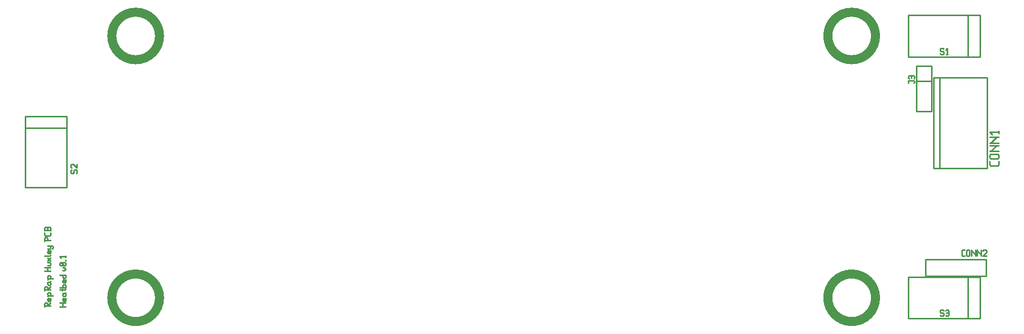
<source format=gbr>
G04 start of page 8 for group -4079 idx -4079 *
G04 Title: (unknown), topsilk *
G04 Creator: pcb 20091103 *
G04 CreationDate: Wed 16 Nov 2011 10:52:43 GMT UTC *
G04 For: jeanmarc *
G04 Format: Gerber/RS-274X *
G04 PCB-Dimensions: 657480 551181 *
G04 PCB-Coordinate-Origin: lower left *
%MOIN*%
%FSLAX25Y25*%
%LNFRONTSILK*%
%ADD39C,0.0100*%
%ADD53C,0.0591*%
G54D53*X58968Y362213D02*G75*G02X74716Y377961I15748J0D01*G01*
G75*G02X90464Y362213I0J-15748D01*G01*
G75*G02X74716Y346465I-15748J0D01*G01*
G75*G02X58968Y362213I0J15748D01*G01*
X547157Y377961D02*G75*G02X562905Y362213I0J-15748D01*G01*
G75*G02X547157Y346465I-15748J0D01*G01*
X531409Y362213D02*G75*G02X547157Y377961I15748J0D01*G01*
Y346465D02*G75*G02X531409Y362213I0J15748D01*G01*
X547157Y204732D02*G75*G02X562905Y188984I0J-15748D01*G01*
G75*G02X547157Y173236I-15748J0D01*G01*
G75*G02X531409Y188984I0J15748D01*G01*
G75*G02X547157Y204732I15748J0D01*G01*
X74716D02*G75*G02X90464Y188984I0J-15748D01*G01*
G75*G02X74716Y173236I-15748J0D01*G01*
G75*G02X58968Y188984I0J15748D01*G01*
G75*G02X74716Y204732I15748J0D01*G01*
G54D39*X14692Y185078D02*Y183078D01*
Y185078D02*X15192Y185578D01*
X16192D01*
X16692Y185078D02*X16192Y185578D01*
X16692Y185078D02*Y183578D01*
X14692D02*X18692D01*
X16692D02*X18692Y185578D01*
Y188779D02*Y187279D01*
X18192Y186779D02*X18692Y187279D01*
X17192Y186779D02*X18192D01*
X17192D02*X16692Y187279D01*
Y188279D02*Y187279D01*
Y188279D02*X17192Y188779D01*
X17692D02*Y186779D01*
X17192Y188779D02*X17692D01*
X17192Y190480D02*X20192D01*
X16692Y189980D02*X17192Y190480D01*
X16692Y190980D01*
Y191980D02*Y190980D01*
Y191980D02*X17192Y192480D01*
X18192D01*
X18692Y191980D02*X18192Y192480D01*
X18692Y191980D02*Y190980D01*
X18192Y190480D02*X18692Y190980D01*
X14692Y195681D02*Y193681D01*
Y195681D02*X15192Y196181D01*
X16192D01*
X16692Y195681D02*X16192Y196181D01*
X16692Y195681D02*Y194181D01*
X14692D02*X18692D01*
X16692D02*X18692Y196181D01*
X16692Y198882D02*X17192Y199382D01*
X16692Y198882D02*Y197882D01*
X17192Y197382D02*X16692Y197882D01*
X17192Y197382D02*X18192D01*
X18692Y197882D01*
X16692Y199382D02*X18192D01*
X18692Y199882D01*
Y198882D02*Y197882D01*
Y198882D02*X18192Y199382D01*
X17192Y201583D02*X20192D01*
X16692Y201083D02*X17192Y201583D01*
X16692Y202083D01*
Y203083D02*Y202083D01*
Y203083D02*X17192Y203583D01*
X18192D01*
X18692Y203083D02*X18192Y203583D01*
X18692Y203083D02*Y202083D01*
X18192Y201583D02*X18692Y202083D01*
X14692Y206584D02*X18692D01*
X14692Y209084D02*X18692D01*
X16692D02*Y206584D01*
Y210285D02*X18192D01*
X18692Y210785D01*
Y211785D02*Y210785D01*
Y211785D02*X18192Y212285D01*
X16692D02*X18192D01*
X16692Y213486D02*X18692Y215486D01*
Y213486D02*X16692Y215486D01*
X14692Y216687D02*X18192D01*
X18692Y217187D01*
Y220188D02*Y218688D01*
X18192Y218188D02*X18692Y218688D01*
X17192Y218188D02*X18192D01*
X17192D02*X16692Y218688D01*
Y219688D02*Y218688D01*
Y219688D02*X17192Y220188D01*
X17692D02*Y218188D01*
X17192Y220188D02*X17692D01*
X16692Y221389D02*X18192D01*
X18692Y221889D01*
X16692Y223389D02*X19692D01*
X20192Y222889D02*X19692Y223389D01*
X20192Y222889D02*Y221889D01*
X19692Y221389D02*X20192Y221889D01*
X18692Y222889D02*Y221889D01*
Y222889D02*X18192Y223389D01*
X14692Y226890D02*X18692D01*
X14692Y228390D02*Y226390D01*
Y228390D02*X15192Y228890D01*
X16192D01*
X16692Y228390D02*X16192Y228890D01*
X16692Y228390D02*Y226890D01*
X18692Y232091D02*Y230591D01*
X18192Y230091D02*X18692Y230591D01*
X15192Y230091D02*X18192D01*
X15192D02*X14692Y230591D01*
Y232091D02*Y230591D01*
X18692Y235292D02*Y233292D01*
Y235292D02*X18192Y235792D01*
X17192D02*X18192D01*
X16692Y235292D02*X17192Y235792D01*
X16692Y235292D02*Y233792D01*
X14692D02*X18692D01*
X14692Y235292D02*Y233292D01*
Y235292D02*X15192Y235792D01*
X16192D01*
X16692Y235292D02*X16192Y235792D01*
X24536Y183079D02*X28536D01*
X24536Y185579D02*X28536D01*
X26536D02*Y183079D01*
X28536Y188780D02*Y187280D01*
X28036Y186780D02*X28536Y187280D01*
X27036Y186780D02*X28036D01*
X27036D02*X26536Y187280D01*
Y188280D02*Y187280D01*
Y188280D02*X27036Y188780D01*
X27536D02*Y186780D01*
X27036Y188780D02*X27536D01*
X26536Y191481D02*X27036Y191981D01*
X26536Y191481D02*Y190481D01*
X27036Y189981D02*X26536Y190481D01*
X27036Y189981D02*X28036D01*
X28536Y190481D01*
X26536Y191981D02*X28036D01*
X28536Y192481D01*
Y191481D02*Y190481D01*
Y191481D02*X28036Y191981D01*
X24536Y194182D02*X28036D01*
X28536Y194682D01*
X26036D02*Y193682D01*
X24536Y195683D02*X28536D01*
X28036D02*X28536Y196183D01*
Y197183D02*Y196183D01*
Y197183D02*X28036Y197683D01*
X27036D02*X28036D01*
X26536Y197183D02*X27036Y197683D01*
X26536Y197183D02*Y196183D01*
X27036Y195683D02*X26536Y196183D01*
X28536Y200884D02*Y199384D01*
X28036Y198884D02*X28536Y199384D01*
X27036Y198884D02*X28036D01*
X27036D02*X26536Y199384D01*
Y200384D02*Y199384D01*
Y200384D02*X27036Y200884D01*
X27536D02*Y198884D01*
X27036Y200884D02*X27536D01*
X24536Y204085D02*X28536D01*
Y203585D02*X28036Y204085D01*
X28536Y203585D02*Y202585D01*
X28036Y202085D02*X28536Y202585D01*
X27036Y202085D02*X28036D01*
X27036D02*X26536Y202585D01*
Y203585D02*Y202585D01*
Y203585D02*X27036Y204085D01*
X26536Y207086D02*X27536D01*
X28536Y208086D01*
X27536Y209086D01*
X26536D02*X27536D01*
X28036Y210287D02*X28536Y210787D01*
X25036Y210287D02*X28036D01*
X25036D02*X24536Y210787D01*
Y211787D02*Y210787D01*
Y211787D02*X25036Y212287D01*
X28036D01*
X28536Y211787D02*X28036Y212287D01*
X28536Y211787D02*Y210787D01*
X27536Y210287D02*X25536Y212287D01*
X28536Y213988D02*Y213488D01*
Y216689D02*Y215689D01*
X24536Y216189D02*X28536D01*
X25536Y215189D02*X24536Y216189D01*
X595724Y203248D02*Y214248D01*
X635724D01*
Y203248D01*
X595724D01*
X601277Y334803D02*X636677D01*
X601277Y274803D02*X636677D01*
Y334803D02*Y274803D01*
X601277Y334803D02*Y274803D01*
X605177Y334803D02*Y274803D01*
X589796Y342275D02*Y312275D01*
X599796D01*
Y342275D02*Y312275D01*
X589796Y342275D02*X599796D01*
X589796Y332275D02*X599796D01*
Y342275D02*Y332275D01*
X623961Y375938D02*Y348379D01*
X631835D02*Y375938D01*
X584591Y348379D02*X631834D01*
X584591Y375938D02*Y348379D01*
X631834Y375938D02*X584591D01*
X1786Y301277D02*X29345D01*
X1786Y309151D02*X29345D01*
Y309150D02*Y261907D01*
X1786D02*X29345D01*
X1786Y309150D02*Y261907D01*
X624016Y202756D02*Y175197D01*
X631890D02*Y202756D01*
X584646Y175197D02*X631889D01*
X584646Y202756D02*Y175197D01*
X631889Y202756D02*X584646D01*
X644215Y279352D02*Y277102D01*
X643465Y276352D02*X644215Y277102D01*
X638965Y276352D02*X643465D01*
X638965D02*X638215Y277102D01*
Y279352D02*Y277102D01*
X638965Y281153D02*X643465D01*
X638965D02*X638215Y281903D01*
Y283403D02*Y281903D01*
Y283403D02*X638965Y284153D01*
X643465D01*
X644215Y283403D02*X643465Y284153D01*
X644215Y283403D02*Y281903D01*
X643465Y281153D02*X644215Y281903D01*
X638215Y285955D02*X644215D01*
X638215D02*X638965D01*
X642715Y289705D01*
X638215D02*X644215D01*
X638215Y291506D02*X644215D01*
X638215D02*X638965D01*
X642715Y295256D01*
X638215D02*X644215D01*
Y299308D02*Y297808D01*
X638215Y298558D02*X644215D01*
X639715Y297058D02*X638215Y298558D01*
X584598Y332651D02*Y331151D01*
Y332651D02*X588098D01*
X588598Y332151D02*X588098Y332651D01*
X588598Y332151D02*Y331651D01*
X588098Y331151D02*X588598Y331651D01*
X585098Y333852D02*X584598Y334352D01*
Y335352D02*Y334352D01*
Y335352D02*X585098Y335852D01*
X588098D01*
X588598Y335352D02*X588098Y335852D01*
X588598Y335352D02*Y334352D01*
X588098Y333852D02*X588598Y334352D01*
X586598Y335852D02*Y334352D01*
X620311Y216661D02*X621811D01*
X619811Y217161D02*X620311Y216661D01*
X619811Y220161D02*Y217161D01*
Y220161D02*X620311Y220661D01*
X621811D01*
X623012Y220161D02*Y217161D01*
Y220161D02*X623512Y220661D01*
X624512D01*
X625012Y220161D01*
Y217161D01*
X624512Y216661D02*X625012Y217161D01*
X623512Y216661D02*X624512D01*
X623012Y217161D02*X623512Y216661D01*
X626213Y220661D02*Y216661D01*
Y220661D02*Y220161D01*
X628713Y217661D01*
Y220661D02*Y216661D01*
X629914Y220661D02*Y216661D01*
Y220661D02*Y220161D01*
X632414Y217661D01*
Y220661D02*Y216661D01*
X633615Y220161D02*X634115Y220661D01*
X635615D01*
X636115Y220161D01*
Y219161D01*
X633615Y216661D02*X636115Y219161D01*
X633615Y216661D02*X636115D01*
X607370Y354158D02*X607870Y353658D01*
X605870Y354158D02*X607370D01*
X605370Y353658D02*X605870Y354158D01*
X605370Y353658D02*Y352658D01*
X605870Y352158D01*
X607370D01*
X607870Y351658D01*
Y350658D01*
X607370Y350158D02*X607870Y350658D01*
X605870Y350158D02*X607370D01*
X605370Y350658D02*X605870Y350158D01*
X609571D02*X610571D01*
X610071Y354158D02*Y350158D01*
X609071Y353158D02*X610071Y354158D01*
X31912Y273276D02*X32412Y273776D01*
X31912Y273276D02*Y271776D01*
X32412Y271276D02*X31912Y271776D01*
X32412Y271276D02*X33412D01*
X33912Y271776D01*
Y273276D02*Y271776D01*
Y273276D02*X34412Y273776D01*
X35412D01*
X35912Y273276D02*X35412Y273776D01*
X35912Y273276D02*Y271776D01*
X35412Y271276D02*X35912Y271776D01*
X32412Y274977D02*X31912Y275477D01*
Y276977D02*Y275477D01*
Y276977D02*X32412Y277477D01*
X33412D01*
X35912Y274977D02*X33412Y277477D01*
X35912D02*Y274977D01*
X607425Y180976D02*X607925Y180476D01*
X605925Y180976D02*X607425D01*
X605425Y180476D02*X605925Y180976D01*
X605425Y180476D02*Y179476D01*
X605925Y178976D01*
X607425D01*
X607925Y178476D01*
Y177476D01*
X607425Y176976D02*X607925Y177476D01*
X605925Y176976D02*X607425D01*
X605425Y177476D02*X605925Y176976D01*
X609126Y180476D02*X609626Y180976D01*
X610626D01*
X611126Y180476D01*
Y177476D01*
X610626Y176976D02*X611126Y177476D01*
X609626Y176976D02*X610626D01*
X609126Y177476D02*X609626Y176976D01*
Y178976D02*X611126D01*
M02*

</source>
